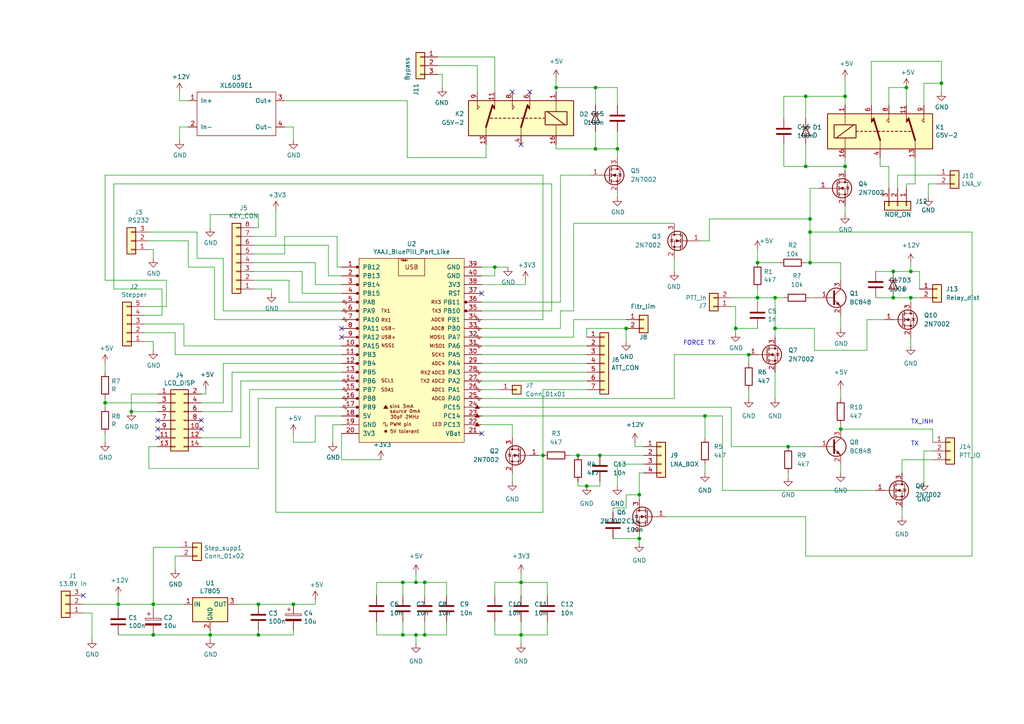
<source format=kicad_sch>
(kicad_sch (version 20211123) (generator eeschema)
  (paper "A4")
  (lib_symbols
    (symbol "Connector_Generic:Conn_01x01" (pin_names (offset 1.016) hide)
      (property "Reference" "J" (at 0 2.54 0))
      (property "Value" "Conn_01x01" (at 0 -2.54 0))
      (symbol "Conn_01x01_1_1"
        (pin passive line (at -5.08 0 0) (length 3.81) (name "Pin_1") (number "1"))
      )
    )
    (symbol "Connector_Generic:Conn_01x02" (pin_names (offset 1.016) hide)
      (property "Reference" "J" (at 0 2.54 0))
      (property "Value" "Conn_01x02" (at 0 -5.08 0))
      (symbol "Conn_01x02_1_1"
        (pin passive line (at -5.08 0 0) (length 3.81) (name "Pin_1") (number "1"))
        (pin passive line (at -5.08 -2.54 0) (length 3.81) (name "Pin_2") (number "2"))
      )
    )
    (symbol "Connector_Generic:Conn_01x03" (pin_names (offset 1.016) hide)
      (property "Reference" "J" (at 0 5.08 0))
      (property "Value" "Conn_01x03" (at 0 -5.08 0))
      (symbol "Conn_01x03_1_1"
        (pin passive line (at -5.08 2.54 0) (length 3.81) (name "Pin_1") (number "1"))
        (pin passive line (at -5.08 0 0) (length 3.81) (name "Pin_2") (number "2"))
        (pin passive line (at -5.08 -2.54 0) (length 3.81) (name "Pin_3") (number "3"))
      )
    )
    (symbol "Connector_Generic:Conn_01x04" (pin_names (offset 1.016) hide)
      (property "Reference" "J" (at 0 5.08 0))
      (property "Value" "Conn_01x04" (at 0 -7.62 0))
      (symbol "Conn_01x04_1_1"
        (pin passive line (at -5.08 2.54 0) (length 3.81) (name "Pin_1") (number "1"))
        (pin passive line (at -5.08 0 0) (length 3.81) (name "Pin_2") (number "2"))
        (pin passive line (at -5.08 -2.54 0) (length 3.81) (name "Pin_3") (number "3"))
        (pin passive line (at -5.08 -5.08 0) (length 3.81) (name "Pin_4") (number "4"))
      )
    )
    (symbol "Connector_Generic:Conn_01x05" (pin_names (offset 1.016) hide)
      (property "Reference" "J" (at 0 7.62 0))
      (property "Value" "Conn_01x05" (at 0 -7.62 0))
      (symbol "Conn_01x05_1_1"
        (pin passive line (at -5.08 5.08 0) (length 3.81) (name "Pin_1") (number "1"))
        (pin passive line (at -5.08 2.54 0) (length 3.81) (name "Pin_2") (number "2"))
        (pin passive line (at -5.08 0 0) (length 3.81) (name "Pin_3") (number "3"))
        (pin passive line (at -5.08 -2.54 0) (length 3.81) (name "Pin_4") (number "4"))
        (pin passive line (at -5.08 -5.08 0) (length 3.81) (name "Pin_5") (number "5"))
      )
    )
    (symbol "Connector_Generic:Conn_01x07" (pin_names (offset 1.016) hide)
      (property "Reference" "J" (at 0 10.16 0))
      (property "Value" "Conn_01x07" (at 0 -10.16 0))
      (symbol "Conn_01x07_1_1"
        (pin passive line (at -5.08 7.62 0) (length 3.81) (name "Pin_1") (number "1"))
        (pin passive line (at -5.08 5.08 0) (length 3.81) (name "Pin_2") (number "2"))
        (pin passive line (at -5.08 2.54 0) (length 3.81) (name "Pin_3") (number "3"))
        (pin passive line (at -5.08 0 0) (length 3.81) (name "Pin_4") (number "4"))
        (pin passive line (at -5.08 -2.54 0) (length 3.81) (name "Pin_5") (number "5"))
        (pin passive line (at -5.08 -5.08 0) (length 3.81) (name "Pin_6") (number "6"))
        (pin passive line (at -5.08 -7.62 0) (length 3.81) (name "Pin_7") (number "7"))
      )
    )
    (symbol "Connector_Generic:Conn_01x08" (pin_names (offset 1.016) hide)
      (property "Reference" "J" (at 0 10.16 0))
      (property "Value" "Conn_01x08" (at 0 -12.7 0))
      (symbol "Conn_01x08_1_1"
        (pin passive line (at -5.08 7.62 0) (length 3.81) (name "Pin_1") (number "1"))
        (pin passive line (at -5.08 5.08 0) (length 3.81) (name "Pin_2") (number "2"))
        (pin passive line (at -5.08 2.54 0) (length 3.81) (name "Pin_3") (number "3"))
        (pin passive line (at -5.08 0 0) (length 3.81) (name "Pin_4") (number "4"))
        (pin passive line (at -5.08 -2.54 0) (length 3.81) (name "Pin_5") (number "5"))
        (pin passive line (at -5.08 -5.08 0) (length 3.81) (name "Pin_6") (number "6"))
        (pin passive line (at -5.08 -7.62 0) (length 3.81) (name "Pin_7") (number "7"))
        (pin passive line (at -5.08 -10.16 0) (length 3.81) (name "Pin_8") (number "8"))
      )
    )
    (symbol "Connector_Generic:Conn_02x07_Odd_Even" (pin_names (offset 1.016) hide)
      (property "Reference" "J" (at 1.27 10.16 0))
      (property "Value" "Conn_02x07_Odd_Even" (at 1.27 -10.16 0))
      (symbol "Conn_02x07_Odd_Even_1_1"
        (pin passive line (at -5.08 7.62 0) (length 3.81) (name "Pin_1") (number "1"))
        (pin passive line (at 7.62 -2.54 180) (length 3.81) (name "Pin_10") (number "10"))
        (pin passive line (at -5.08 -5.08 0) (length 3.81) (name "Pin_11") (number "11"))
        (pin passive line (at 7.62 -5.08 180) (length 3.81) (name "Pin_12") (number "12"))
        (pin passive line (at -5.08 -7.62 0) (length 3.81) (name "Pin_13") (number "13"))
        (pin passive line (at 7.62 -7.62 180) (length 3.81) (name "Pin_14") (number "14"))
        (pin passive line (at 7.62 7.62 180) (length 3.81) (name "Pin_2") (number "2"))
        (pin passive line (at -5.08 5.08 0) (length 3.81) (name "Pin_3") (number "3"))
        (pin passive line (at 7.62 5.08 180) (length 3.81) (name "Pin_4") (number "4"))
        (pin passive line (at -5.08 2.54 0) (length 3.81) (name "Pin_5") (number "5"))
        (pin passive line (at 7.62 2.54 180) (length 3.81) (name "Pin_6") (number "6"))
        (pin passive line (at -5.08 0 0) (length 3.81) (name "Pin_7") (number "7"))
        (pin passive line (at 7.62 0 180) (length 3.81) (name "Pin_8") (number "8"))
        (pin passive line (at -5.08 -2.54 0) (length 3.81) (name "Pin_9") (number "9"))
      )
    )
    (symbol "Device:C" (pin_numbers hide) (pin_names (offset 0.254))
      (property "Reference" "C" (at 0.635 2.54 0))
      (property "Value" "C" (at 0.635 -2.54 0))
      (symbol "C_1_1"
        (pin passive line (at 0 3.81 270) (length 2.794) (name "~") (number "1"))
        (pin passive line (at 0 -3.81 90) (length 2.794) (name "~") (number "2"))
      )
    )
    (symbol "Device:D" (pin_numbers hide) (pin_names (offset 1.016) hide)
      (property "Reference" "D" (at 0 2.54 0))
      (property "Value" "D" (at 0 -2.54 0))
      (symbol "D_1_1"
        (pin passive line (at -3.81 0 0) (length 2.54) (name "K") (number "1"))
        (pin passive line (at 3.81 0 180) (length 2.54) (name "A") (number "2"))
      )
    )
    (symbol "Device:R" (pin_numbers hide) (pin_names (offset 0))
      (property "Reference" "R" (at 2.032 0 90))
      (property "Value" "R" (at 0 0 90))
      (symbol "R_1_1"
        (pin passive line (at 0 3.81 270) (length 1.27) (name "~") (number "1"))
        (pin passive line (at 0 -3.81 90) (length 1.27) (name "~") (number "2"))
      )
    )
    (symbol "Regulator_Linear:L7805" (pin_names (offset 0.254))
      (property "Reference" "U" (at -3.81 3.175 0))
      (property "Value" "L7805" (at 0 3.175 0))
      (symbol "L7805_1_1"
        (pin power_in line (at -7.62 0 0) (length 2.54) (name "IN") (number "1"))
        (pin power_in line (at 0 -7.62 90) (length 2.54) (name "GND") (number "2"))
        (pin power_out line (at 7.62 0 180) (length 2.54) (name "OUT") (number "3"))
      )
    )
    (symbol "Relay:G5V-2"
      (property "Reference" "K" (at 16.51 3.81 0))
      (property "Value" "G5V-2" (at 16.51 1.27 0))
      (symbol "G5V-2_1_1"
        (pin passive line (at -10.16 7.62 270) (length 2.54) (name "~") (number "1"))
        (pin passive line (at 7.62 7.62 270) (length 2.54) (name "~") (number "11"))
        (pin passive line (at 10.16 -7.62 90) (length 2.54) (name "~") (number "13"))
        (pin passive line (at -10.16 -7.62 90) (length 2.54) (name "~") (number "16"))
        (pin passive line (at 0 -7.62 90) (length 2.54) (name "~") (number "4"))
        (pin passive line (at -2.54 7.62 270) (length 2.54) (name "~") (number "6"))
        (pin passive line (at 2.54 7.62 270) (length 2.54) (name "~") (number "8"))
        (pin passive line (at 12.7 7.62 270) (length 2.54) (name "~") (number "9"))
      )
    )
    (symbol "Transistor_BJT:BC848" (pin_names (offset 0) hide)
      (property "Reference" "Q" (at 5.08 1.905 0))
      (property "Value" "BC848" (at 5.08 0 0))
      (symbol "BC848_1_1"
        (pin input line (at -5.08 0 0) (length 5.715) (name "B") (number "1"))
        (pin passive line (at 2.54 -5.08 90) (length 2.54) (name "E") (number "2"))
        (pin passive line (at 2.54 5.08 270) (length 2.54) (name "C") (number "3"))
      )
    )
    (symbol "Transistor_FET:2N7002" (pin_names hide)
      (property "Reference" "Q" (at 5.08 1.905 0))
      (property "Value" "2N7002" (at 5.08 0 0))
      (symbol "2N7002_1_1"
        (pin input line (at -5.08 0 0) (length 2.54) (name "G") (number "1"))
        (pin passive line (at 2.54 -5.08 90) (length 2.54) (name "S") (number "2"))
        (pin passive line (at 2.54 5.08 270) (length 2.54) (name "D") (number "3"))
      )
    )
    (symbol "distr_filter-rescue:+3.3V-power" (power) (pin_names (offset 0))
      (property "Value" "+3.3V-power" (at 0 3.556 0))
      (symbol "+3.3V-power_1_1"
        (pin power_in line (at 0 0 90) (length 0) hide (name "+3V3") (number "1"))
      )
    )
    (symbol "distr_filter-rescue:CP-Device" (pin_numbers hide) (pin_names (offset 0.254))
      (property "Reference" "C" (at 0.635 2.54 0))
      (property "Value" "CP-Device" (at 0.635 -2.54 0))
      (symbol "CP-Device_1_1"
        (pin passive line (at 0 3.81 270) (length 2.794) (name "~") (number "1"))
        (pin passive line (at 0 -3.81 90) (length 2.794) (name "~") (number "2"))
      )
    )
    (symbol "distr_filter-rescue:XL6009E1-SQ2DK" (pin_names (offset 1.016))
      (property "Reference" "U" (at 0 -1.27 0))
      (property "Value" "XL6009E1-SQ2DK" (at 0 1.27 0))
      (symbol "XL6009E1-SQ2DK_1_1"
        (pin input line (at -13.97 3.81 0) (length 2.54) (name "In+") (number "1"))
        (pin input line (at -13.97 -3.81 0) (length 2.54) (name "In-") (number "2"))
        (pin input line (at 13.97 3.81 180) (length 2.54) (name "Out+") (number "3"))
        (pin input line (at 13.97 -3.81 180) (length 2.54) (name "Out-") (number "4"))
      )
    )
    (symbol "distr_filter-rescue:YAAJ_BluePill_Part_Like-YAAJ_BluePill_Part_Like" (pin_names (offset 1.016))
      (property "Reference" "U" (at -12.7 25.4 0))
      (property "Value" "YAAJ_BluePill_Part_Like-YAAJ_BluePill_Part_Like" (at 0 2.54 90))
      (symbol "YAAJ_BluePill_Part_Like-YAAJ_BluePill_Part_Like_0_0"
        (text "30pF 2MHz" (at -2.032 -20.574 0) (effects (font (size 0.9906 0.9906))))
        (text "5V tolerant" (at -2.032 -24.765 0) (effects (font (size 0.9906 0.9906))))
        (text "ADC0" (at 7.747 -15.24 0) (effects (font (size 0.9906 0.9906))))
        (text "ADC1" (at 7.747 -12.7 0) (effects (font (size 0.9906 0.9906))))
        (text "ADC2" (at 7.747 -10.16 0) (effects (font (size 0.9906 0.9906))))
        (text "ADC3" (at 7.747 -7.747 0) (effects (font (size 0.9906 0.9906))))
        (text "ADC4" (at 7.747 -5.08 0) (effects (font (size 0.9906 0.9906))))
        (text "ADC8" (at 7.62 5.08 0) (effects (font (size 0.9906 0.9906))))
        (text "ADC9" (at 7.62 7.62 0) (effects (font (size 0.9906 0.9906))))
        (text "LED" (at 7.366 -22.733 0) (effects (font (size 0.9906 0.9906))))
        (text "MISO1" (at 7.493 0 0) (effects (font (size 0.9906 0.9906))))
        (text "MOSI1" (at 7.493 2.54 0) (effects (font (size 0.9906 0.9906))))
        (text "NSS1" (at -6.858 0.127 0) (effects (font (size 0.9906 0.9906))))
        (text "PWM pin" (at -3.175 -22.733 0) (effects (font (size 0.9906 0.9906))))
        (text "RX1" (at -7.366 7.493 0) (effects (font (size 0.9906 0.9906))))
        (text "RX2" (at 4.064 -7.747 0) (effects (font (size 0.9906 0.9906))))
        (text "RX3" (at 7.112 12.7 0) (effects (font (size 0.9906 0.9906))))
        (text "SCK1" (at 7.747 -2.54 0) (effects (font (size 0.9906 0.9906))))
        (text "SCL1" (at -6.985 -10.033 0) (effects (font (size 0.9906 0.9906))))
        (text "SDA1" (at -6.985 -12.7 0) (effects (font (size 0.9906 0.9906))))
        (text "sink 3mA" (at -2.921 -17.526 0) (effects (font (size 0.9906 0.9906))))
        (text "source 0mA" (at -1.905 -18.923 0) (effects (font (size 0.9906 0.9906))))
        (text "TX1" (at -7.493 10.16 0) (effects (font (size 0.9906 0.9906))))
        (text "TX2" (at 3.937 -10.16 0) (effects (font (size 0.9906 0.9906))))
        (text "TX3" (at 7.239 10.16 0) (effects (font (size 0.9906 0.9906))))
        (text "USB" (at 0 22.86 0) (effects (font (size 1.27 1.27))))
        (text "USB+" (at -6.731 2.54 0) (effects (font (size 0.9906 0.9906))))
        (text "USB-" (at -6.731 5.08 0) (effects (font (size 0.9906 0.9906))))
        (text "Y@@J" (at -2.159 24.892 0) (effects (font (size 0.508 0.508))))
      )
      (symbol "YAAJ_BluePill_Part_Like-YAAJ_BluePill_Part_Like_1_1"
        (pin bidirectional line (at -20.32 22.86 0) (length 5.08) (name "PB12") (number "1"))
        (pin bidirectional line (at -20.32 0 0) (length 5.08) (name "PA15") (number "10"))
        (pin bidirectional line (at -20.32 -2.54 0) (length 5.08) (name "PB3") (number "11"))
        (pin bidirectional line (at -20.32 -5.08 0) (length 5.08) (name "PB4") (number "12"))
        (pin bidirectional line (at -20.32 -7.62 0) (length 5.08) (name "PB5") (number "13"))
        (pin bidirectional line (at -20.32 -10.16 0) (length 5.08) (name "PB6") (number "14"))
        (pin bidirectional line (at -20.32 -12.7 0) (length 5.08) (name "PB7") (number "15"))
        (pin bidirectional line (at -20.32 -15.24 0) (length 5.08) (name "PB8") (number "16"))
        (pin bidirectional line (at -20.32 -17.78 0) (length 5.08) (name "PB9") (number "17"))
        (pin power_in line (at -20.32 -20.32 0) (length 5.08) (name "5V") (number "18"))
        (pin power_in line (at -20.32 -22.86 0) (length 5.08) (name "GND") (number "19"))
        (pin bidirectional line (at -20.32 20.32 0) (length 5.08) (name "PB13") (number "2"))
        (pin power_in line (at -20.32 -25.4 0) (length 5.08) (name "3V3") (number "20"))
        (pin power_in line (at 20.32 -25.4 180) (length 5.08) (name "VBat") (number "21"))
        (pin bidirectional line (at 20.32 -22.86 180) (length 5.08) (name "PC13") (number "22"))
        (pin bidirectional line (at 20.32 -20.32 180) (length 5.08) (name "PC14") (number "23"))
        (pin bidirectional line (at 20.32 -17.78 180) (length 5.08) (name "PC15") (number "24"))
        (pin bidirectional line (at 20.32 -15.24 180) (length 5.08) (name "PA0") (number "25"))
        (pin bidirectional line (at 20.32 -12.7 180) (length 5.08) (name "PA1") (number "26"))
        (pin bidirectional line (at 20.32 -10.16 180) (length 5.08) (name "PA2") (number "27"))
        (pin bidirectional line (at 20.32 -7.62 180) (length 5.08) (name "PA3") (number "28"))
        (pin bidirectional line (at 20.32 -5.08 180) (length 5.08) (name "PA4") (number "29"))
        (pin bidirectional line (at -20.32 17.78 0) (length 5.08) (name "PB14") (number "3"))
        (pin bidirectional line (at 20.32 -2.54 180) (length 5.08) (name "PA5") (number "30"))
        (pin bidirectional line (at 20.32 0 180) (length 5.08) (name "PA6") (number "31"))
        (pin bidirectional line (at 20.32 2.54 180) (length 5.08) (name "PA7") (number "32"))
        (pin bidirectional line (at 20.32 5.08 180) (length 5.08) (name "PB0") (number "33"))
        (pin bidirectional line (at 20.32 7.62 180) (length 5.08) (name "PB1") (number "34"))
        (pin bidirectional line (at 20.32 10.16 180) (length 5.08) (name "PB10") (number "35"))
        (pin bidirectional line (at 20.32 12.7 180) (length 5.08) (name "PB11") (number "36"))
        (pin input line (at 20.32 15.24 180) (length 5.08) (name "RST") (number "37"))
        (pin power_in line (at 20.32 17.78 180) (length 5.08) (name "3V3") (number "38"))
        (pin power_in line (at 20.32 22.86 180) (length 5.08) (name "GND") (number "39"))
        (pin bidirectional line (at -20.32 15.24 0) (length 5.08) (name "PB15") (number "4"))
        (pin power_in line (at 20.32 20.32 180) (length 5.08) (name "GND") (number "40"))
        (pin bidirectional line (at -20.32 12.7 0) (length 5.08) (name "PA8") (number "5"))
        (pin bidirectional line (at -20.32 10.16 0) (length 5.08) (name "PA9") (number "6"))
        (pin bidirectional line (at -20.32 7.62 0) (length 5.08) (name "PA10") (number "7"))
        (pin bidirectional line (at -20.32 5.08 0) (length 5.08) (name "PA11") (number "8"))
        (pin bidirectional line (at -20.32 2.54 0) (length 5.08) (name "PA12") (number "9"))
      )
    )
    (symbol "power:+12V" (power) (pin_names (offset 0))
      (property "Value" "+12V" (at 0 3.556 0))
      (symbol "+12V_1_1"
        (pin power_in line (at 0 0 90) (length 0) hide (name "+12V") (number "1"))
      )
    )
    (symbol "power:+3V3" (power) (pin_names (offset 0))
      (property "Value" "+3V3" (at 0 3.556 0))
      (symbol "+3V3_1_1"
        (pin power_in line (at 0 0 90) (length 0) hide (name "+3V3") (number "1"))
      )
    )
    (symbol "power:+5V" (power) (pin_names (offset 0))
      (property "Value" "+5V" (at 0 3.556 0))
      (symbol "+5V_1_1"
        (pin power_in line (at 0 0 90) (length 0) hide (name "+5V") (number "1"))
      )
    )
    (symbol "power:GND" (power) (pin_names (offset 0))
      (property "Value" "GND" (at 0 -3.81 0))
      (symbol "GND_1_1"
        (pin power_in line (at 0 0 270) (length 0) hide (name "GND") (number "1"))
      )
    )
  )
  (junction (at 213.36 95.25))
  (junction (at 120.65 184.15))
  (junction (at 44.45 184.15))
  (junction (at 123.19 168.91))
  (junction (at 234.95 63.5))
  (junction (at 228.6 129.54))
  (junction (at 151.13 184.15))
  (junction (at 116.84 184.15))
  (junction (at 264.16 78.74))
  (junction (at 234.95 76.2))
  (junction (at 123.19 184.15))
  (junction (at 116.84 168.91))
  (junction (at 185.42 156.21))
  (junction (at 224.79 95.25))
  (junction (at 151.13 168.91))
  (junction (at 243.84 124.46))
  (junction (at 234.95 67.31))
  (junction (at 245.11 48.26))
  (junction (at 38.1 119.38))
  (junction (at 259.08 78.74))
  (junction (at 170.18 140.97))
  (junction (at 217.17 102.87))
  (junction (at 161.29 25.4))
  (junction (at 172.72 25.4))
  (junction (at 85.09 175.26))
  (junction (at 60.96 184.15))
  (junction (at 172.72 43.18))
  (junction (at 273.05 24.13))
  (junction (at 185.42 143.51))
  (junction (at 245.11 27.94))
  (junction (at 204.47 120.65))
  (junction (at 143.51 77.47))
  (junction (at 181.61 95.25))
  (junction (at 74.93 175.26))
  (junction (at 173.99 132.08))
  (junction (at 219.71 76.2))
  (junction (at 264.16 86.36))
  (junction (at 262.89 25.4))
  (junction (at 44.45 175.26))
  (junction (at 34.29 175.26))
  (junction (at 219.71 86.36))
  (junction (at 167.64 132.08))
  (junction (at 233.68 27.94))
  (junction (at 259.08 86.36))
  (junction (at 224.79 86.36))
  (junction (at 30.48 116.84))
  (junction (at 233.68 48.26))
  (junction (at 179.07 43.18))
  (junction (at 74.93 184.15))
  (junction (at 157.48 132.08))
  (junction (at 120.65 168.91))
  (no_connect (at 139.7 85.09))
  (no_connect (at 45.72 127))
  (no_connect (at 151.13 41.91))
  (no_connect (at 148.59 26.67))
  (no_connect (at 153.67 26.67))
  (no_connect (at 139.7 125.73))
  (no_connect (at 99.06 95.25))
  (no_connect (at 99.06 97.79))
  (no_connect (at 45.72 124.46))
  (no_connect (at 58.42 124.46))
  (no_connect (at 45.72 121.92))
  (no_connect (at 24.13 172.72))
  (no_connect (at 58.42 121.92))
  (wire (pts (xy 205.74 63.5) (xy 234.95 63.5)))
  (wire (pts (xy 177.8 156.21) (xy 185.42 156.21)))
  (wire (pts (xy 73.66 81.28) (xy 83.82 81.28)))
  (wire (pts (xy 219.71 83.82) (xy 219.71 86.36)))
  (wire (pts (xy 195.58 74.93) (xy 195.58 78.74)))
  (wire (pts (xy 281.94 67.31) (xy 281.94 161.29)))
  (wire (pts (xy 224.79 95.25) (xy 236.22 95.25)))
  (wire (pts (xy 143.51 16.51) (xy 143.51 26.67)))
  (wire (pts (xy 80.01 118.11) (xy 99.06 118.11)))
  (wire (pts (xy 245.11 27.94) (xy 245.11 30.48)))
  (wire (pts (xy 74.93 62.23) (xy 74.93 66.04)))
  (wire (pts (xy 273.05 17.78) (xy 273.05 24.13)))
  (wire (pts (xy 151.13 184.15) (xy 158.75 184.15)))
  (wire (pts (xy 251.46 101.6) (xy 236.22 101.6)))
  (wire (pts (xy 116.84 184.15) (xy 120.65 184.15)))
  (wire (pts (xy 62.23 77.47) (xy 54.61 77.47)))
  (wire (pts (xy 41.91 99.06) (xy 44.45 99.06)))
  (wire (pts (xy 74.93 115.57) (xy 99.06 115.57)))
  (wire (pts (xy 82.55 29.21) (xy 118.11 29.21)))
  (wire (pts (xy 243.84 113.03) (xy 243.84 115.57)))
  (wire (pts (xy 44.45 158.75) (xy 44.45 175.26)))
  (wire (pts (xy 140.97 45.72) (xy 140.97 41.91)))
  (wire (pts (xy 179.07 55.88) (xy 179.07 57.15)))
  (wire (pts (xy 53.34 100.33) (xy 99.06 100.33)))
  (wire (pts (xy 91.44 128.27) (xy 85.09 128.27)))
  (wire (pts (xy 257.81 25.4) (xy 262.89 25.4)))
  (wire (pts (xy 186.69 134.62) (xy 179.07 134.62)))
  (wire (pts (xy 127 16.51) (xy 143.51 16.51)))
  (wire (pts (xy 41.91 93.98) (xy 53.34 93.98)))
  (wire (pts (xy 257.81 54.61) (xy 257.81 48.26)))
  (wire (pts (xy 30.48 81.28) (xy 48.26 81.28)))
  (wire (pts (xy 236.22 101.6) (xy 236.22 95.25)))
  (wire (pts (xy 82.55 68.58) (xy 82.55 73.66)))
  (wire (pts (xy 209.55 142.24) (xy 254 142.24)))
  (wire (pts (xy 267.97 24.13) (xy 267.97 30.48)))
  (wire (pts (xy 38.1 114.3) (xy 38.1 119.38)))
  (wire (pts (xy 85.09 175.26) (xy 74.93 175.26)))
  (wire (pts (xy 60.96 184.15) (xy 60.96 185.42)))
  (wire (pts (xy 181.61 147.32) (xy 177.8 147.32)))
  (wire (pts (xy 52.07 26.67) (xy 52.07 29.21)))
  (wire (pts (xy 179.07 38.1) (xy 179.07 43.18)))
  (wire (pts (xy 139.7 100.33) (xy 170.18 100.33)))
  (wire (pts (xy 128.27 21.59) (xy 128.27 25.4)))
  (wire (pts (xy 123.19 184.15) (xy 129.54 184.15)))
  (wire (pts (xy 80.01 68.58) (xy 73.66 68.58)))
  (wire (pts (xy 269.24 53.34) (xy 269.24 57.15)))
  (wire (pts (xy 224.79 95.25) (xy 224.79 97.79)))
  (wire (pts (xy 243.84 123.19) (xy 243.84 124.46)))
  (wire (pts (xy 54.61 69.85) (xy 43.18 69.85)))
  (wire (pts (xy 212.09 86.36) (xy 219.71 86.36)))
  (wire (pts (xy 139.7 105.41) (xy 170.18 105.41)))
  (wire (pts (xy 50.8 161.29) (xy 50.8 165.1)))
  (wire (pts (xy 251.46 92.71) (xy 256.54 92.71)))
  (wire (pts (xy 170.18 95.25) (xy 170.18 97.79)))
  (wire (pts (xy 252.73 17.78) (xy 273.05 17.78)))
  (wire (pts (xy 99.06 125.73) (xy 99.06 133.35)))
  (wire (pts (xy 228.6 129.54) (xy 236.22 129.54)))
  (wire (pts (xy 267.97 130.81) (xy 270.51 130.81)))
  (wire (pts (xy 217.17 113.03) (xy 217.17 115.57)))
  (wire (pts (xy 219.71 76.2) (xy 226.06 76.2)))
  (wire (pts (xy 83.82 81.28) (xy 83.82 87.63)))
  (wire (pts (xy 227.33 48.26) (xy 233.68 48.26)))
  (wire (pts (xy 243.84 134.62) (xy 243.84 137.16)))
  (wire (pts (xy 143.51 77.47) (xy 147.32 77.47)))
  (wire (pts (xy 264.16 86.36) (xy 264.16 87.63)))
  (wire (pts (xy 162.56 50.8) (xy 162.56 87.63)))
  (wire (pts (xy 74.93 184.15) (xy 74.93 182.88)))
  (wire (pts (xy 158.75 184.15) (xy 158.75 180.34)))
  (wire (pts (xy 217.17 102.87) (xy 217.17 105.41)))
  (wire (pts (xy 116.84 168.91) (xy 120.65 168.91)))
  (wire (pts (xy 118.11 45.72) (xy 140.97 45.72)))
  (wire (pts (xy 172.72 25.4) (xy 179.07 25.4)))
  (wire (pts (xy 87.63 78.74) (xy 73.66 78.74)))
  (wire (pts (xy 162.56 95.25) (xy 162.56 90.17)))
  (wire (pts (xy 162.56 95.25) (xy 139.7 95.25)))
  (wire (pts (xy 171.45 50.8) (xy 162.56 50.8)))
  (wire (pts (xy 46.99 83.82) (xy 46.99 91.44)))
  (wire (pts (xy 72.39 113.03) (xy 72.39 129.54)))
  (wire (pts (xy 264.16 97.79) (xy 264.16 100.33)))
  (wire (pts (xy 57.15 67.31) (xy 57.15 74.93)))
  (wire (pts (xy 151.13 168.91) (xy 158.75 168.91)))
  (wire (pts (xy 60.96 184.15) (xy 74.93 184.15)))
  (wire (pts (xy 212.09 129.54) (xy 228.6 129.54)))
  (wire (pts (xy 257.81 48.26) (xy 255.27 48.26)))
  (wire (pts (xy 157.48 113.03) (xy 157.48 132.08)))
  (wire (pts (xy 60.96 184.15) (xy 44.45 184.15)))
  (wire (pts (xy 91.44 82.55) (xy 99.06 82.55)))
  (wire (pts (xy 50.8 96.52) (xy 41.91 96.52)))
  (wire (pts (xy 96.52 123.19) (xy 96.52 128.27)))
  (wire (pts (xy 60.96 62.23) (xy 74.93 62.23)))
  (wire (pts (xy 224.79 107.95) (xy 224.79 115.57)))
  (wire (pts (xy 73.66 71.12) (xy 95.25 71.12)))
  (wire (pts (xy 80.01 148.59) (xy 80.01 118.11)))
  (wire (pts (xy 53.34 93.98) (xy 53.34 100.33)))
  (wire (pts (xy 99.06 92.71) (xy 62.23 92.71)))
  (wire (pts (xy 64.77 74.93) (xy 64.77 90.17)))
  (wire (pts (xy 60.96 66.04) (xy 60.96 62.23)))
  (wire (pts (xy 213.36 88.9) (xy 213.36 95.25)))
  (wire (pts (xy 209.55 120.65) (xy 209.55 142.24)))
  (wire (pts (xy 219.71 72.39) (xy 219.71 76.2)))
  (wire (pts (xy 204.47 134.62) (xy 204.47 137.16)))
  (wire (pts (xy 139.7 90.17) (xy 160.02 90.17)))
  (wire (pts (xy 85.09 175.26) (xy 91.44 175.26)))
  (wire (pts (xy 233.68 48.26) (xy 245.11 48.26)))
  (wire (pts (xy 185.42 143.51) (xy 181.61 143.51)))
  (wire (pts (xy 161.29 25.4) (xy 161.29 26.67)))
  (wire (pts (xy 166.37 92.71) (xy 166.37 97.79)))
  (wire (pts (xy 139.7 92.71) (xy 157.48 92.71)))
  (wire (pts (xy 74.93 66.04) (xy 73.66 66.04)))
  (wire (pts (xy 151.13 168.91) (xy 151.13 172.72)))
  (wire (pts (xy 139.7 87.63) (xy 162.56 87.63)))
  (wire (pts (xy 213.36 95.25) (xy 213.36 96.52)))
  (wire (pts (xy 172.72 38.1) (xy 172.72 43.18)))
  (wire (pts (xy 181.61 92.71) (xy 166.37 92.71)))
  (wire (pts (xy 260.35 50.8) (xy 271.78 50.8)))
  (wire (pts (xy 50.8 102.87) (xy 50.8 96.52)))
  (wire (pts (xy 120.65 166.37) (xy 120.65 168.91)))
  (wire (pts (xy 139.7 77.47) (xy 143.51 77.47)))
  (wire (pts (xy 120.65 184.15) (xy 123.19 184.15)))
  (wire (pts (xy 45.72 129.54) (xy 43.18 129.54)))
  (wire (pts (xy 184.15 128.27) (xy 184.15 129.54)))
  (wire (pts (xy 109.22 168.91) (xy 116.84 168.91)))
  (wire (pts (xy 243.84 91.44) (xy 243.84 95.25)))
  (wire (pts (xy 116.84 180.34) (xy 116.84 184.15)))
  (wire (pts (xy 173.99 132.08) (xy 186.69 132.08)))
  (wire (pts (xy 257.81 25.4) (xy 257.81 30.48)))
  (wire (pts (xy 30.48 115.57) (xy 30.48 116.84)))
  (wire (pts (xy 158.75 168.91) (xy 158.75 172.72)))
  (wire (pts (xy 60.96 182.88) (xy 60.96 184.15)))
  (wire (pts (xy 87.63 85.09) (xy 87.63 78.74)))
  (wire (pts (xy 99.06 113.03) (xy 72.39 113.03)))
  (wire (pts (xy 203.2 69.85) (xy 205.74 69.85)))
  (wire (pts (xy 91.44 175.26) (xy 91.44 173.99)))
  (wire (pts (xy 33.02 83.82) (xy 46.99 83.82)))
  (wire (pts (xy 30.48 116.84) (xy 45.72 116.84)))
  (wire (pts (xy 80.01 60.96) (xy 80.01 68.58)))
  (wire (pts (xy 67.31 107.95) (xy 67.31 119.38)))
  (wire (pts (xy 251.46 101.6) (xy 251.46 92.71)))
  (wire (pts (xy 59.69 114.3) (xy 58.42 114.3)))
  (wire (pts (xy 245.11 22.86) (xy 245.11 27.94)))
  (wire (pts (xy 254 78.74) (xy 259.08 78.74)))
  (wire (pts (xy 148.59 123.19) (xy 148.59 127)))
  (wire (pts (xy 255.27 48.26) (xy 255.27 45.72)))
  (wire (pts (xy 262.89 53.34) (xy 262.89 54.61)))
  (wire (pts (xy 234.95 54.61) (xy 234.95 63.5)))
  (wire (pts (xy 195.58 102.87) (xy 217.17 102.87)))
  (wire (pts (xy 129.54 184.15) (xy 129.54 180.34)))
  (wire (pts (xy 33.02 53.34) (xy 33.02 83.82)))
  (wire (pts (xy 91.44 76.2) (xy 91.44 82.55)))
  (wire (pts (xy 26.67 177.8) (xy 26.67 185.42)))
  (wire (pts (xy 184.15 129.54) (xy 186.69 129.54)))
  (wire (pts (xy 143.51 184.15) (xy 151.13 184.15)))
  (wire (pts (xy 109.22 180.34) (xy 109.22 184.15)))
  (wire (pts (xy 152.4 81.28) (xy 152.4 82.55)))
  (wire (pts (xy 179.07 43.18) (xy 172.72 43.18)))
  (wire (pts (xy 139.7 115.57) (xy 195.58 115.57)))
  (wire (pts (xy 99.06 107.95) (xy 67.31 107.95)))
  (wire (pts (xy 181.61 99.06) (xy 181.61 95.25)))
  (wire (pts (xy 234.95 67.31) (xy 281.94 67.31)))
  (wire (pts (xy 151.13 184.15) (xy 151.13 186.69)))
  (wire (pts (xy 54.61 77.47) (xy 54.61 69.85)))
  (wire (pts (xy 234.95 63.5) (xy 234.95 67.31)))
  (wire (pts (xy 172.72 25.4) (xy 172.72 30.48)))
  (wire (pts (xy 85.09 184.15) (xy 85.09 182.88)))
  (wire (pts (xy 127 21.59) (xy 128.27 21.59)))
  (wire (pts (xy 157.48 50.8) (xy 30.48 50.8)))
  (wire (pts (xy 43.18 135.89) (xy 74.93 135.89)))
  (wire (pts (xy 30.48 105.41) (xy 30.48 107.95)))
  (wire (pts (xy 265.43 53.34) (xy 262.89 53.34)))
  (wire (pts (xy 99.06 123.19) (xy 96.52 123.19)))
  (wire (pts (xy 252.73 30.48) (xy 252.73 17.78)))
  (wire (pts (xy 172.72 43.18) (xy 161.29 43.18)))
  (wire (pts (xy 152.4 82.55) (xy 139.7 82.55)))
  (wire (pts (xy 267.97 139.7) (xy 267.97 130.81)))
  (wire (pts (xy 143.51 172.72) (xy 143.51 168.91)))
  (wire (pts (xy 165.1 132.08) (xy 167.64 132.08)))
  (wire (pts (xy 224.79 86.36) (xy 227.33 86.36)))
  (wire (pts (xy 78.74 83.82) (xy 78.74 85.09)))
  (wire (pts (xy 273.05 24.13) (xy 267.97 24.13)))
  (wire (pts (xy 227.33 41.91) (xy 227.33 48.26)))
  (wire (pts (xy 161.29 41.91) (xy 161.29 43.18)))
  (wire (pts (xy 170.18 113.03) (xy 157.48 113.03)))
  (wire (pts (xy 123.19 168.91) (xy 129.54 168.91)))
  (wire (pts (xy 161.29 25.4) (xy 172.72 25.4)))
  (wire (pts (xy 261.62 137.16) (xy 261.62 133.35)))
  (wire (pts (xy 139.7 80.01) (xy 143.51 80.01)))
  (wire (pts (xy 67.31 119.38) (xy 58.42 119.38)))
  (wire (pts (xy 99.06 102.87) (xy 50.8 102.87)))
  (wire (pts (xy 254 86.36) (xy 259.08 86.36)))
  (wire (pts (xy 227.33 34.29) (xy 227.33 27.94)))
  (wire (pts (xy 54.61 36.83) (xy 52.07 36.83)))
  (wire (pts (xy 34.29 175.26) (xy 44.45 175.26)))
  (wire (pts (xy 160.02 53.34) (xy 33.02 53.34)))
  (wire (pts (xy 179.07 25.4) (xy 179.07 30.48)))
  (wire (pts (xy 69.85 127) (xy 69.85 110.49)))
  (wire (pts (xy 271.78 53.34) (xy 269.24 53.34)))
  (wire (pts (xy 24.13 177.8) (xy 26.67 177.8)))
  (wire (pts (xy 52.07 29.21) (xy 54.61 29.21)))
  (wire (pts (xy 45.72 119.38) (xy 38.1 119.38)))
  (wire (pts (xy 219.71 86.36) (xy 219.71 87.63)))
  (wire (pts (xy 170.18 140.97) (xy 173.99 140.97)))
  (wire (pts (xy 245.11 27.94) (xy 233.68 27.94)))
  (wire (pts (xy 123.19 180.34) (xy 123.19 184.15)))
  (wire (pts (xy 243.84 81.28) (xy 243.84 76.2)))
  (wire (pts (xy 83.82 87.63) (xy 99.06 87.63)))
  (wire (pts (xy 24.13 175.26) (xy 34.29 175.26)))
  (wire (pts (xy 58.42 116.84) (xy 64.77 116.84)))
  (wire (pts (xy 259.08 86.36) (xy 264.16 86.36)))
  (wire (pts (xy 139.7 123.19) (xy 148.59 123.19)))
  (wire (pts (xy 34.29 175.26) (xy 34.29 176.53)))
  (wire (pts (xy 186.69 137.16) (xy 185.42 137.16)))
  (wire (pts (xy 195.58 115.57) (xy 195.58 102.87)))
  (wire (pts (xy 156.21 132.08) (xy 157.48 132.08)))
  (wire (pts (xy 74.93 175.26) (xy 68.58 175.26)))
  (wire (pts (xy 123.19 168.91) (xy 123.19 172.72)))
  (wire (pts (xy 234.95 67.31) (xy 234.95 76.2)))
  (wire (pts (xy 233.68 27.94) (xy 233.68 34.29)))
  (wire (pts (xy 162.56 90.17) (xy 166.37 90.17)))
  (wire (pts (xy 139.7 113.03) (xy 144.78 113.03)))
  (wire (pts (xy 151.13 166.37) (xy 151.13 168.91)))
  (wire (pts (xy 143.51 80.01) (xy 143.51 77.47)))
  (wire (pts (xy 166.37 64.77) (xy 166.37 90.17)))
  (wire (pts (xy 273.05 26.67) (xy 273.05 24.13)))
  (wire (pts (xy 139.7 110.49) (xy 170.18 110.49)))
  (wire (pts (xy 97.79 77.47) (xy 99.06 77.47)))
  (wire (pts (xy 48.26 81.28) (xy 48.26 88.9)))
  (wire (pts (xy 181.61 95.25) (xy 170.18 95.25)))
  (wire (pts (xy 143.51 168.91) (xy 151.13 168.91)))
  (wire (pts (xy 109.22 184.15) (xy 116.84 184.15)))
  (wire (pts (xy 43.18 67.31) (xy 57.15 67.31)))
  (wire (pts (xy 181.61 143.51) (xy 181.61 147.32)))
  (wire (pts (xy 73.66 83.82) (xy 78.74 83.82)))
  (wire (pts (xy 69.85 110.49) (xy 99.06 110.49)))
  (wire (pts (xy 34.29 172.72) (xy 34.29 175.26)))
  (wire (pts (xy 99.06 133.35) (xy 110.49 133.35)))
  (wire (pts (xy 73.66 76.2) (xy 91.44 76.2)))
  (wire (pts (xy 57.15 74.93) (xy 64.77 74.93)))
  (wire (pts (xy 234.95 86.36) (xy 236.22 86.36)))
  (wire (pts (xy 227.33 27.94) (xy 233.68 27.94)))
  (wire (pts (xy 219.71 86.36) (xy 224.79 86.36)))
  (wire (pts (xy 120.65 184.15) (xy 120.65 186.69)))
  (wire (pts (xy 143.51 180.34) (xy 143.51 184.15)))
  (wire (pts (xy 74.93 135.89) (xy 74.93 115.57)))
  (wire (pts (xy 224.79 86.36) (xy 224.79 95.25)))
  (wire (pts (xy 120.65 168.91) (xy 123.19 168.91)))
  (wire (pts (xy 234.95 76.2) (xy 243.84 76.2)))
  (wire (pts (xy 118.11 29.21) (xy 118.11 45.72)))
  (wire (pts (xy 43.18 72.39) (xy 44.45 72.39)))
  (wire (pts (xy 264.16 78.74) (xy 264.16 76.2)))
  (wire (pts (xy 185.42 143.51) (xy 185.42 144.78)))
  (wire (pts (xy 97.79 68.58) (xy 97.79 77.47)))
  (wire (pts (xy 30.48 116.84) (xy 30.48 118.11)))
  (wire (pts (xy 213.36 95.25) (xy 219.71 95.25)))
  (wire (pts (xy 44.45 175.26) (xy 44.45 176.53)))
  (wire (pts (xy 139.7 118.11) (xy 212.09 118.11)))
  (wire (pts (xy 99.06 80.01) (xy 95.25 80.01)))
  (wire (pts (xy 139.7 107.95) (xy 170.18 107.95)))
  (wire (pts (xy 62.23 92.71) (xy 62.23 77.47)))
  (wire (pts (xy 260.35 50.8) (xy 260.35 54.61)))
  (wire (pts (xy 139.7 97.79) (xy 166.37 97.79)))
  (wire (pts (xy 233.68 41.91) (xy 233.68 48.26)))
  (wire (pts (xy 259.08 78.74) (xy 264.16 78.74)))
  (wire (pts (xy 228.6 137.16) (xy 228.6 138.43)))
  (wire (pts (xy 204.47 120.65) (xy 204.47 127)))
  (wire (pts (xy 234.95 54.61) (xy 237.49 54.61)))
  (wire (pts (xy 74.93 184.15) (xy 85.09 184.15)))
  (wire (pts (xy 64.77 116.84) (xy 64.77 105.41)))
  (wire (pts (xy 52.07 36.83) (xy 52.07 40.64)))
  (wire (pts (xy 245.11 59.69) (xy 245.11 62.23)))
  (wire (pts (xy 139.7 120.65) (xy 204.47 120.65)))
  (wire (pts (xy 30.48 125.73) (xy 30.48 128.27)))
  (wire (pts (xy 91.44 120.65) (xy 91.44 128.27)))
  (wire (pts (xy 157.48 148.59) (xy 80.01 148.59)))
  (wire (pts (xy 95.25 71.12) (xy 95.25 80.01)))
  (wire (pts (xy 177.8 147.32) (xy 177.8 148.59)))
  (wire (pts (xy 34.29 184.15) (xy 44.45 184.15)))
  (wire (pts (xy 44.45 175.26) (xy 53.34 175.26)))
  (wire (pts (xy 46.99 91.44) (xy 41.91 91.44)))
  (wire (pts (xy 167.64 139.7) (xy 167.64 140.97)))
  (wire (pts (xy 264.16 78.74) (xy 266.7 78.74)))
  (wire (pts (xy 82.55 73.66) (xy 73.66 73.66)))
  (wire (pts (xy 173.99 140.97) (xy 173.99 139.7)))
  (wire (pts (xy 266.7 86.36) (xy 264.16 86.36)))
  (wire (pts (xy 58.42 127) (xy 69.85 127)))
  (wire (pts (xy 185.42 156.21) (xy 185.42 157.48)))
  (wire (pts (xy 179.07 134.62) (xy 179.07 140.97)))
  (wire (pts (xy 44.45 72.39) (xy 44.45 74.93)))
  (wire (pts (xy 261.62 147.32) (xy 261.62 149.86)))
  (wire (pts (xy 64.77 90.17) (xy 99.06 90.17)))
  (wire (pts (xy 99.06 120.65) (xy 91.44 120.65)))
  (wire (pts (xy 85.09 128.27) (xy 85.09 125.73)))
  (wire (pts (xy 97.79 68.58) (xy 82.55 68.58)))
  (wire (pts (xy 167.64 140.97) (xy 170.18 140.97)))
  (wire (pts (xy 148.59 137.16) (xy 148.59 139.7)))
  (wire (pts (xy 52.07 161.29) (xy 50.8 161.29)))
  (wire (pts (xy 265.43 45.72) (xy 265.43 53.34)))
  (wire (pts (xy 270.51 124.46) (xy 270.51 128.27)))
  (wire (pts (xy 99.06 85.09) (xy 87.63 85.09)))
  (wire (pts (xy 233.68 161.29) (xy 233.68 149.86)))
  (wire (pts (xy 109.22 172.72) (xy 109.22 168.91)))
  (wire (pts (xy 205.74 69.85) (xy 205.74 63.5)))
  (wire (pts (xy 193.04 149.86) (xy 233.68 149.86)))
  (wire (pts (xy 129.54 168.91) (xy 129.54 172.72)))
  (wire (pts (xy 85.09 36.83) (xy 85.09 40.64)))
  (wire (pts (xy 212.09 118.11) (xy 212.09 129.54)))
  (wire (pts (xy 116.84 168.91) (xy 116.84 172.72)))
  (wire (pts (xy 262.89 30.48) (xy 262.89 25.4)))
  (wire (pts (xy 72.39 129.54) (xy 58.42 129.54)))
  (wire (pts (xy 204.47 120.65) (xy 209.55 120.65)))
  (wire (pts (xy 243.84 124.46) (xy 270.51 124.46)))
  (wire (pts (xy 157.48 132.08) (xy 157.48 148.59)))
  (wire (pts (xy 52.07 158.75) (xy 44.45 158.75)))
  (wire (pts (xy 44.45 99.06) (xy 44.45 101.6)))
  (wire (pts (xy 212.09 88.9) (xy 213.36 88.9)))
  (wire (pts (xy 185.42 154.94) (xy 185.42 156.21)))
  (wire (pts (xy 160.02 90.17) (xy 160.02 53.34)))
  (wire (pts (xy 41.91 88.9) (xy 48.26 88.9)))
  (wire (pts (xy 64.77 105.41) (xy 99.06 105.41)))
  (wire (pts (xy 233.68 76.2) (xy 234.95 76.2)))
  (wire (pts (xy 245.11 48.26) (xy 245.11 49.53)))
  (wire (pts (xy 127 19.05) (xy 138.43 19.05)))
  (wire (pts (xy 30.48 50.8) (xy 30.48 81.28)))
  (wire (pts (xy 179.07 43.18) (xy 179.07 45.72)))
  (wire (pts (xy 38.1 114.3) (xy 45.72 114.3)))
  (wire (pts (xy 59.69 113.03) (xy 59.69 114.3)))
  (wire (pts (xy 82.55 36.83) (xy 85.09 36.83)))
  (wire (pts (xy 157.48 92.71) (xy 157.48 50.8)))
  (wire (pts (xy 166.37 64.77) (xy 195.58 64.77)))
  (wire (pts (xy 266.7 78.74) (xy 266.7 83.82)))
  (wire (pts (xy 138.43 19.05) (xy 138.43 26.67)))
  (wire (pts (xy 261.62 133.35) (xy 270.51 133.35)))
  (wire (pts (xy 161.29 22.86) (xy 161.29 25.4)))
  (wire (pts (xy 151.13 184.15) (xy 151.13 180.34)))
  (wire (pts (xy 167.64 132.08) (xy 173.99 132.08)))
  (wire (pts (xy 139.7 102.87) (xy 170.18 102.87)))
  (wire (pts (xy 281.94 161.29) (xy 233.68 161.29)))
  (wire (pts (xy 245.11 45.72) (xy 245.11 48.26)))
  (wire (pts (xy 43.18 129.54) (xy 43.18 135.89)))
  (wire (pts (xy 185.42 137.16) (xy 185.42 143.51)))
  (text "FORCE TX" (at 198.12 100.33 0) (effects (font (size 1.27 1.27)) (justify left bottom)))
  (text "TX_INH" (at 264.16 123.19 0) (effects (font (size 1.27 1.27)) (justify left bottom)))
  (text "TX" (at 264.16 129.54 0) (effects (font (size 1.27 1.27)) (justify left bottom)))
  (symbol (lib_id "distr_filter-rescue:YAAJ_BluePill_Part_Like-YAAJ_BluePill_Part_Like") (at 119.38 100.33 0) (unit 1)
    (property "Reference" "U2" (at 119.38 70.739 0))
    (property "Value" "YAAJ_BluePill_Part_Like" (at 119.38 73.0504 0))
    (property "Footprint" "Module:YAAJ_BluePill_1" (effects hide))
  )
  (symbol (lib_id "Connector_Generic:Conn_01x03") (at 38.1 69.85 180) (unit 1)
    (property "Reference" "J3" (at 40.1828 61.595 0))
    (property "Value" "RS232" (at 40.1828 63.9064 0))
    (property "Footprint" "Connector_PinHeader_2.54mm:PinHeader_1x03_P2.54mm_Vertical" (effects hide))
  )
  (symbol (lib_id "power:GND") (at 44.45 74.93 0) (unit 1)
    (property "Reference" "#PWR06" (effects hide))
    (property "Value" "GND" (at 44.577 79.3242 0))
  )
  (symbol (lib_id "Connector_Generic:Conn_02x07_Odd_Even") (at 50.8 121.92 0) (unit 1)
    (property "Reference" "J4" (at 52.07 108.7882 0))
    (property "Value" "LCD_DISP" (at 52.07 111.0996 0))
    (property "Footprint" "Connector_PinHeader_2.54mm:PinHeader_2x07_P2.54mm_Vertical" (effects hide))
  )
  (symbol (lib_id "power:GND") (at 38.1 119.38 0) (unit 1)
    (property "Reference" "#PWR05" (effects hide))
    (property "Value" "GND" (at 38.227 123.7742 0))
  )
  (symbol (lib_id "power:+5V") (at 30.48 105.41 0) (unit 1)
    (property "Reference" "#PWR02" (effects hide))
    (property "Value" "+5V" (at 30.861 101.0158 0))
  )
  (symbol (lib_id "power:+5V") (at 59.69 113.03 0) (unit 1)
    (property "Reference" "#PWR08" (effects hide))
    (property "Value" "+5V" (at 60.071 108.6358 0))
  )
  (symbol (lib_id "power:+5V") (at 85.09 125.73 0) (unit 1)
    (property "Reference" "#PWR013" (effects hide))
    (property "Value" "+5V" (at 85.471 121.3358 0))
  )
  (symbol (lib_id "power:GND") (at 96.52 128.27 0) (unit 1)
    (property "Reference" "#PWR015" (effects hide))
    (property "Value" "GND" (at 96.647 132.6642 0))
  )
  (symbol (lib_id "distr_filter-rescue:XL6009E1-SQ2DK") (at 68.58 33.02 0) (unit 1)
    (property "Reference" "U3" (at 68.58 22.479 0))
    (property "Value" "XL6009E1" (at 68.58 24.7904 0))
    (property "Footprint" "SQ2DK:XL6009E" (effects hide))
  )
  (symbol (lib_id "Connector_Generic:Conn_01x07") (at 175.26 105.41 0) (unit 1)
    (property "Reference" "J6" (at 177.292 104.3432 0) (effects (justify left)))
    (property "Value" "ATT_CON" (at 177.292 106.6546 0) (effects (justify left)))
    (property "Footprint" "Connector_PinHeader_2.54mm:PinHeader_1x07_P2.54mm_Vertical" (effects hide))
  )
  (symbol (lib_id "power:GND") (at 85.09 40.64 0) (unit 1)
    (property "Reference" "#PWR031" (effects hide))
    (property "Value" "GND" (at 85.217 45.0342 0))
  )
  (symbol (lib_id "power:GND") (at 128.27 25.4 0) (mirror y) (unit 1)
    (property "Reference" "#PWR033" (effects hide))
    (property "Value" "GND" (at 128.143 29.7942 0))
  )
  (symbol (lib_id "power:GND") (at 181.61 99.06 0) (unit 1)
    (property "Reference" "#PWR019" (effects hide))
    (property "Value" "GND" (at 181.737 103.4542 0))
  )
  (symbol (lib_id "power:GND") (at 60.96 66.04 0) (unit 1)
    (property "Reference" "#PWR09" (effects hide))
    (property "Value" "GND" (at 61.087 70.4342 0))
  )
  (symbol (lib_id "distr_filter-rescue:+3.3V-power") (at 80.01 60.96 0) (unit 1)
    (property "Reference" "#PWR012" (effects hide))
    (property "Value" "+3.3V" (at 80.391 56.5658 0))
  )
  (symbol (lib_id "Connector_Generic:Conn_01x08") (at 68.58 76.2 180) (unit 1)
    (property "Reference" "J5" (at 70.6628 60.325 0))
    (property "Value" "KEY_CON" (at 70.6628 62.6364 0))
    (property "Footprint" "Connector_PinHeader_2.54mm:PinHeader_1x08_P2.54mm_Vertical" (effects hide))
  )
  (symbol (lib_id "power:GND") (at 52.07 40.64 0) (unit 1)
    (property "Reference" "#PWR025" (effects hide))
    (property "Value" "GND" (at 52.197 45.0342 0))
  )
  (symbol (lib_id "power:GND") (at 78.74 85.09 0) (unit 1)
    (property "Reference" "#PWR011" (effects hide))
    (property "Value" "GND" (at 78.867 89.4842 0))
  )
  (symbol (lib_id "Connector_Generic:Conn_01x02") (at 57.15 158.75 0) (unit 1)
    (property "Reference" "Step_supp1" (at 59.182 158.9532 0) (effects (justify left)))
    (property "Value" "Conn_01x02" (at 59.182 161.2646 0) (effects (justify left)))
    (property "Footprint" "Connector_PinHeader_2.54mm:PinHeader_1x02_P2.54mm_Vertical" (effects hide))
  )
  (symbol (lib_id "power:GND") (at 50.8 165.1 0) (unit 1)
    (property "Reference" "#PWR0101" (effects hide))
    (property "Value" "GND" (at 50.927 169.4942 0))
  )
  (symbol (lib_id "Device:D") (at 172.72 34.29 90) (mirror x) (unit 1)
    (property "Reference" "D2" (at 170.7134 33.1216 90) (effects (justify left)))
    (property "Value" "D" (at 170.7134 35.433 90) (effects (justify left)))
    (property "Footprint" "Diode_SMD:D_1210_3225Metric_Pad1.42x2.65mm_HandSolder" (effects hide))
  )
  (symbol (lib_id "Connector_Generic:Conn_01x03") (at 19.05 175.26 180) (unit 1)
    (property "Reference" "J1" (at 21.1328 167.005 0))
    (property "Value" "13.8V In" (at 21.1328 169.3164 0))
    (property "Footprint" "Connector_Wago:Wago_734-133_1x03_P3.50mm_Vertical" (effects hide))
  )
  (symbol (lib_id "power:GND") (at 30.48 128.27 0) (unit 1)
    (property "Reference" "#PWR03" (effects hide))
    (property "Value" "GND" (at 30.607 132.6642 0))
  )
  (symbol (lib_id "Connector_Generic:Conn_01x05") (at 36.83 93.98 180) (unit 1)
    (property "Reference" "J2" (at 38.9128 83.185 0))
    (property "Value" "Stepper" (at 38.9128 85.4964 0))
    (property "Footprint" "Connector_PinHeader_2.54mm:PinHeader_1x05_P2.54mm_Vertical" (effects hide))
  )
  (symbol (lib_id "power:GND") (at 44.45 101.6 0) (unit 1)
    (property "Reference" "#PWR07" (effects hide))
    (property "Value" "GND" (at 44.577 105.9942 0))
  )
  (symbol (lib_id "power:+12V") (at 52.07 26.67 0) (unit 1)
    (property "Reference" "#PWR024" (effects hide))
    (property "Value" "+12V" (at 52.451 22.2758 0))
  )
  (symbol (lib_id "Connector_Generic:Conn_01x02") (at 207.01 88.9 180) (unit 1)
    (property "Reference" "J7" (at 204.978 88.6968 0) (effects (justify left)))
    (property "Value" "PTT_In" (at 204.978 86.3854 0) (effects (justify left)))
    (property "Footprint" "Connector_PinHeader_2.54mm:PinHeader_1x02_P2.54mm_Vertical" (effects hide))
  )
  (symbol (lib_id "power:GND") (at 213.36 96.52 0) (unit 1)
    (property "Reference" "#PWR020" (effects hide))
    (property "Value" "GND" (at 213.487 100.9142 0))
  )
  (symbol (lib_id "Device:R") (at 229.87 76.2 270) (unit 1)
    (property "Reference" "R2" (at 229.87 71.12 90))
    (property "Value" "10k" (at 229.87 73.66 90))
    (property "Footprint" "Resistor_SMD:R_1206_3216Metric_Pad1.30x1.75mm_HandSolder" (effects hide))
  )
  (symbol (lib_id "Connector_Generic:Conn_01x02") (at 186.69 92.71 0) (unit 1)
    (property "Reference" "J8" (at 185.42 97.79 0) (effects (justify left)))
    (property "Value" "Fltr_lim" (at 182.88 88.9 0) (effects (justify left)))
    (property "Footprint" "Connector_PinHeader_2.54mm:PinHeader_1x02_P2.54mm_Vertical" (effects hide))
  )
  (symbol (lib_id "Regulator_Linear:L7805") (at 60.96 175.26 0) (unit 1)
    (property "Reference" "U1" (at 60.96 169.1132 0))
    (property "Value" "L7805" (at 60.96 171.4246 0))
    (property "Footprint" "Package_TO_SOT_SMD:TO-252-2" (effects hide))
    (property "Datasheet" "http://www.st.com/content/ccc/resource/technical/document/datasheet/41/4f/b3/b0/12/d4/47/88/CD00000444.pdf/files/CD00000444.pdf/jcr:content/translations/en.CD00000444.pdf" (effects hide))
  )
  (symbol (lib_id "power:GND") (at 60.96 185.42 0) (unit 1)
    (property "Reference" "#PWR010" (effects hide))
    (property "Value" "GND" (at 61.087 189.8142 0))
  )
  (symbol (lib_id "distr_filter-rescue:CP-Device") (at 44.45 180.34 0) (unit 1)
    (property "Reference" "C2" (at 47.4472 179.1716 0) (effects (justify left)))
    (property "Value" "10u" (at 47.4472 181.483 0) (effects (justify left)))
    (property "Footprint" "Capacitor_SMD:CP_Elec_6.3x5.7" (effects hide))
  )
  (symbol (lib_id "Device:C") (at 34.29 180.34 0) (unit 1)
    (property "Reference" "C1" (at 37.211 179.1716 0) (effects (justify left)))
    (property "Value" "100n" (at 37.211 181.483 0) (effects (justify left)))
    (property "Footprint" "Capacitor_SMD:C_1206_3216Metric_Pad1.42x1.75mm_HandSolder" (effects hide))
  )
  (symbol (lib_id "Device:C") (at 74.93 179.07 0) (unit 1)
    (property "Reference" "C3" (at 77.851 177.9016 0) (effects (justify left)))
    (property "Value" "100n" (at 77.851 180.213 0) (effects (justify left)))
    (property "Footprint" "Capacitor_SMD:C_1206_3216Metric_Pad1.42x1.75mm_HandSolder" (effects hide))
  )
  (symbol (lib_id "distr_filter-rescue:CP-Device") (at 85.09 179.07 0) (unit 1)
    (property "Reference" "C4" (at 88.0872 177.9016 0) (effects (justify left)))
    (property "Value" "10u" (at 88.0872 180.213 0) (effects (justify left)))
    (property "Footprint" "Capacitor_SMD:CP_Elec_6.3x5.7" (effects hide))
  )
  (symbol (lib_id "power:GND") (at 26.67 185.42 0) (unit 1)
    (property "Reference" "#PWR01" (effects hide))
    (property "Value" "GND" (at 26.797 189.8142 0))
  )
  (symbol (lib_id "power:+5V") (at 91.44 173.99 0) (unit 1)
    (property "Reference" "#PWR014" (effects hide))
    (property "Value" "+5V" (at 91.821 169.5958 0))
  )
  (symbol (lib_id "power:GND") (at 179.07 57.15 0) (unit 1)
    (property "Reference" "#PWR026" (effects hide))
    (property "Value" "GND" (at 179.197 61.5442 0))
  )
  (symbol (lib_id "distr_filter-rescue:+3.3V-power") (at 152.4 81.28 0) (unit 1)
    (property "Reference" "#PWR018" (effects hide))
    (property "Value" "+3.3V" (at 152.781 76.8858 0))
  )
  (symbol (lib_id "power:GND") (at 147.32 77.47 0) (unit 1)
    (property "Reference" "#PWR017" (effects hide))
    (property "Value" "GND" (at 147.447 81.8642 0))
  )
  (symbol (lib_id "power:+12V") (at 34.29 172.72 0) (unit 1)
    (property "Reference" "#PWR04" (effects hide))
    (property "Value" "+12V" (at 34.671 168.3258 0))
  )
  (symbol (lib_id "Device:R") (at 30.48 111.76 0) (unit 1)
    (property "Reference" "R7" (at 32.258 110.5916 0) (effects (justify left)))
    (property "Value" "R" (at 32.258 112.903 0) (effects (justify left)))
    (property "Footprint" "Resistor_SMD:R_1206_3216Metric_Pad1.42x1.75mm_HandSolder" (effects hide))
  )
  (symbol (lib_id "Device:R") (at 30.48 121.92 0) (unit 1)
    (property "Reference" "R8" (at 32.258 120.7516 0) (effects (justify left)))
    (property "Value" "R" (at 32.258 123.063 0) (effects (justify left)))
    (property "Footprint" "Resistor_SMD:R_1206_3216Metric_Pad1.42x1.75mm_HandSolder" (effects hide))
  )
  (symbol (lib_id "power:GND") (at 245.11 62.23 0) (unit 1)
    (property "Reference" "#PWR030" (effects hide))
    (property "Value" "GND" (at 245.237 66.6242 0))
  )
  (symbol (lib_id "Relay:G5V-2") (at 255.27 38.1 0) (unit 1)
    (property "Reference" "K1" (at 271.272 36.9316 0) (effects (justify left)))
    (property "Value" "G5V-2" (at 271.272 39.243 0) (effects (justify left)))
    (property "Footprint" "Relay_THT:Relay_DPDT_Omron_G5V-2" (effects hide))
    (property "Datasheet" "http://omronfs.omron.com/en_US/ecb/products/pdf/en-g5v_2.pdf" (effects hide))
  )
  (symbol (lib_id "power:+5V") (at 245.11 22.86 0) (unit 1)
    (property "Reference" "#PWR029" (effects hide))
    (property "Value" "+5V" (at 245.491 18.4658 0))
  )
  (symbol (lib_id "Device:D") (at 233.68 38.1 270) (unit 1)
    (property "Reference" "D1" (at 235.6866 36.9316 90) (effects (justify left)))
    (property "Value" "D" (at 235.6866 39.243 90) (effects (justify left)))
    (property "Footprint" "Diode_SMD:D_1210_3225Metric_Pad1.42x2.65mm_HandSolder" (effects hide))
  )
  (symbol (lib_id "power:+5V") (at 262.89 25.4 0) (unit 1)
    (property "Reference" "#PWR032" (effects hide))
    (property "Value" "+5V" (at 263.271 21.0058 0))
  )
  (symbol (lib_id "power:GND") (at 273.05 26.67 0) (unit 1)
    (property "Reference" "#PWR035" (effects hide))
    (property "Value" "GND" (at 273.177 31.0642 0))
  )
  (symbol (lib_id "Connector_Generic:Conn_01x02") (at 276.86 50.8 0) (unit 1)
    (property "Reference" "J10" (at 278.892 51.0032 0) (effects (justify left)))
    (property "Value" "LNA_V" (at 278.892 53.3146 0) (effects (justify left)))
    (property "Footprint" "Connector_PinHeader_2.54mm:PinHeader_1x02_P2.54mm_Vertical" (effects hide))
  )
  (symbol (lib_id "power:GND") (at 269.24 57.15 0) (unit 1)
    (property "Reference" "#PWR034" (effects hide))
    (property "Value" "GND" (at 269.24 60.96 0))
  )
  (symbol (lib_id "Device:R") (at 219.71 80.01 0) (unit 1)
    (property "Reference" "R1" (at 221.488 78.8416 0) (effects (justify left)))
    (property "Value" "4k7" (at 221.488 81.153 0) (effects (justify left)))
    (property "Footprint" "Resistor_SMD:R_1206_3216Metric_Pad1.30x1.75mm_HandSolder" (effects hide))
  )
  (symbol (lib_id "Device:C") (at 219.71 91.44 0) (unit 1)
    (property "Reference" "C5" (at 222.631 90.2716 0) (effects (justify left)))
    (property "Value" "1n" (at 222.631 92.583 0) (effects (justify left)))
    (property "Footprint" "Capacitor_SMD:C_1206_3216Metric_Pad1.33x1.80mm_HandSolder" (effects hide))
  )
  (symbol (lib_id "power:GND") (at 195.58 78.74 0) (mirror y) (unit 1)
    (property "Reference" "#PWR022" (effects hide))
    (property "Value" "GND" (at 195.453 83.1342 0))
  )
  (symbol (lib_id "power:GND") (at 243.84 95.25 0) (unit 1)
    (property "Reference" "#PWR023" (effects hide))
    (property "Value" "GND" (at 243.967 99.6442 0))
  )
  (symbol (lib_id "distr_filter-rescue:+3.3V-power") (at 110.49 133.35 0) (unit 1)
    (property "Reference" "#PWR016" (effects hide))
    (property "Value" "+3.3V" (at 110.871 128.9558 0))
  )
  (symbol (lib_id "power:+5V") (at 120.65 166.37 0) (unit 1)
    (property "Reference" "#PWR037" (effects hide))
    (property "Value" "+5V" (at 120.65 161.29 0))
  )
  (symbol (lib_id "Device:R") (at 167.64 135.89 0) (unit 1)
    (property "Reference" "R4" (at 170.18 134.6199 0) (effects (justify left)))
    (property "Value" "4k7" (at 170.18 137.1599 0) (effects (justify left)))
    (property "Footprint" "Resistor_SMD:R_1206_3216Metric_Pad1.30x1.75mm_HandSolder" (effects hide))
  )
  (symbol (lib_id "Device:R") (at 204.47 130.81 0) (unit 1)
    (property "Reference" "R5" (at 207.01 129.5399 0) (effects (justify left)))
    (property "Value" "4k7" (at 207.01 132.0799 0) (effects (justify left)))
    (property "Footprint" "Resistor_SMD:R_1206_3216Metric_Pad1.30x1.75mm_HandSolder" (effects hide))
  )
  (symbol (lib_id "power:GND") (at 217.17 115.57 0) (unit 1)
    (property "Reference" "#PWR045" (effects hide))
    (property "Value" "GND" (at 217.17 120.65 0))
  )
  (symbol (lib_id "Device:C") (at 123.19 176.53 0) (unit 1)
    (property "Reference" "C8" (at 127 175.2599 0) (effects (justify left)))
    (property "Value" "10n" (at 127 177.7999 0) (effects (justify left)))
    (property "Footprint" "Capacitor_SMD:C_1206_3216Metric_Pad1.33x1.80mm_HandSolder" (effects hide))
  )
  (symbol (lib_id "power:+5V") (at 243.84 113.03 0) (unit 1)
    (property "Reference" "#PWR048" (effects hide))
    (property "Value" "+5V" (at 243.84 107.95 0))
  )
  (symbol (lib_id "power:+12V") (at 184.15 128.27 0) (unit 1)
    (property "Reference" "#PWR042" (effects hide))
    (property "Value" "+12V" (at 184.15 123.19 0))
  )
  (symbol (lib_id "power:GND") (at 267.97 139.7 0) (unit 1)
    (property "Reference" "#PWR053" (effects hide))
    (property "Value" "GND" (at 267.97 144.78 0))
  )
  (symbol (lib_id "Device:R") (at 243.84 119.38 0) (unit 1)
    (property "Reference" "R10" (at 246.38 118.1099 0) (effects (justify left)))
    (property "Value" "4k7" (at 246.38 120.6499 0) (effects (justify left)))
    (property "Footprint" "Resistor_SMD:R_1206_3216Metric_Pad1.30x1.75mm_HandSolder" (effects hide))
  )
  (symbol (lib_id "power:GND") (at 120.65 186.69 0) (unit 1)
    (property "Reference" "#PWR038" (effects hide))
    (property "Value" "GND" (at 120.65 191.77 0))
  )
  (symbol (lib_id "Transistor_FET:2N7002") (at 176.53 50.8 0) (unit 1)
    (property "Reference" "Q5" (at 182.88 49.5299 0) (effects (justify left)))
    (property "Value" "2N7002" (at 182.88 52.0699 0) (effects (justify left)))
    (property "Footprint" "Package_TO_SOT_SMD:SOT-23" (effects hide))
    (property "Datasheet" "https://www.onsemi.com/pub/Collateral/NDS7002A-D.PDF" (effects hide))
  )
  (symbol (lib_id "power:GND") (at 151.13 186.69 0) (unit 1)
    (property "Reference" "#PWR040" (effects hide))
    (property "Value" "GND" (at 151.13 191.77 0))
  )
  (symbol (lib_id "Device:R") (at 161.29 132.08 90) (unit 1)
    (property "Reference" "R3" (at 161.29 125.73 90))
    (property "Value" "4k7" (at 161.29 128.27 90))
    (property "Footprint" "Resistor_SMD:R_1206_3216Metric_Pad1.30x1.75mm_HandSolder" (effects hide))
  )
  (symbol (lib_id "Device:R") (at 228.6 133.35 0) (unit 1)
    (property "Reference" "R9" (at 231.14 132.0799 0) (effects (justify left)))
    (property "Value" "4k7" (at 231.14 134.6199 0) (effects (justify left)))
    (property "Footprint" "Resistor_SMD:R_1206_3216Metric_Pad1.30x1.75mm_HandSolder" (effects hide))
  )
  (symbol (lib_id "Connector_Generic:Conn_01x04") (at 191.77 132.08 0) (unit 1)
    (property "Reference" "J9" (at 194.31 132.0799 0) (effects (justify left)))
    (property "Value" "LNA_BOX" (at 194.31 134.6199 0) (effects (justify left)))
    (property "Footprint" "Connector_Wago:Wago_734-134_1x04_P3.50mm_Vertical" (effects hide))
  )
  (symbol (lib_id "power:GND") (at 148.59 139.7 0) (unit 1)
    (property "Reference" "#PWR028" (effects hide))
    (property "Value" "GND" (at 148.59 144.78 0))
  )
  (symbol (lib_id "Device:C") (at 109.22 176.53 0) (unit 1)
    (property "Reference" "C6" (at 113.03 175.2599 0) (effects (justify left)))
    (property "Value" "10n" (at 113.03 177.7999 0) (effects (justify left)))
    (property "Footprint" "Capacitor_SMD:C_1206_3216Metric_Pad1.33x1.80mm_HandSolder" (effects hide))
  )
  (symbol (lib_id "Connector_Generic:Conn_01x03") (at 275.59 130.81 0) (unit 1)
    (property "Reference" "J14" (at 278.13 129.5399 0) (effects (justify left)))
    (property "Value" "PTT_IO" (at 278.13 132.0799 0) (effects (justify left)))
    (property "Footprint" "Connector_PinHeader_2.54mm:PinHeader_1x03_P2.54mm_Vertical" (effects hide))
  )
  (symbol (lib_id "Relay:G5V-2") (at 151.13 34.29 0) (mirror y) (unit 1)
    (property "Reference" "K2" (at 134.62 33.0199 0) (effects (justify left)))
    (property "Value" "G5V-2" (at 134.62 35.5599 0) (effects (justify left)))
    (property "Footprint" "Relay_THT:Relay_DPDT_Omron_G5V-2" (effects hide))
    (property "Datasheet" "http://omronfs.omron.com/en_US/ecb/products/pdf/en-g5v_2.pdf" (effects hide))
  )
  (symbol (lib_id "Transistor_FET:2N7002") (at 198.12 69.85 0) (mirror y) (unit 1)
    (property "Reference" "Q3" (at 191.77 68.5799 0) (effects (justify left)))
    (property "Value" "2N7002" (at 191.77 71.1199 0) (effects (justify left)))
    (property "Footprint" "Package_TO_SOT_SMD:SOT-23" (effects hide))
    (property "Datasheet" "https://www.onsemi.com/pub/Collateral/NDS7002A-D.PDF" (effects hide))
  )
  (symbol (lib_id "Device:C") (at 143.51 176.53 0) (unit 1)
    (property "Reference" "C10" (at 147.32 175.2599 0) (effects (justify left)))
    (property "Value" "10n" (at 147.32 177.7999 0) (effects (justify left)))
    (property "Footprint" "Capacitor_SMD:C_1206_3216Metric_Pad1.33x1.80mm_HandSolder" (effects hide))
  )
  (symbol (lib_id "Device:C") (at 227.33 38.1 0) (unit 1)
    (property "Reference" "C16" (at 231.14 36.8299 0) (effects (justify left)))
    (property "Value" "100n" (at 231.14 39.3699 0) (effects (justify left)))
    (property "Footprint" "Capacitor_SMD:C_1206_3216Metric_Pad1.33x1.80mm_HandSolder" (effects hide))
  )
  (symbol (lib_id "Transistor_FET:2N7002") (at 151.13 132.08 0) (mirror y) (unit 1)
    (property "Reference" "Q2" (at 144.78 130.8099 0) (effects (justify left)))
    (property "Value" "2N7002" (at 144.78 133.3499 0) (effects (justify left)))
    (property "Footprint" "Package_TO_SOT_SMD:SOT-23" (effects hide))
    (property "Datasheet" "https://www.onsemi.com/pub/Collateral/NDS7002A-D.PDF" (effects hide))
  )
  (symbol (lib_id "Connector_Generic:Conn_01x01") (at 149.86 113.03 0) (unit 1)
    (property "Reference" "J?" (at 152.4 111.7599 0) (effects (justify left)))
    (property "Value" "Conn_01x01" (at 152.4 114.2999 0) (effects (justify left)))
  )
  (symbol (lib_id "power:GND") (at 185.42 157.48 0) (unit 1)
    (property "Reference" "#PWR043" (effects hide))
    (property "Value" "GND" (at 185.42 162.56 0))
  )
  (symbol (lib_id "Device:C") (at 158.75 176.53 0) (unit 1)
    (property "Reference" "C12" (at 162.56 175.2599 0) (effects (justify left)))
    (property "Value" "10n" (at 162.56 177.7999 0) (effects (justify left)))
    (property "Footprint" "Capacitor_SMD:C_1206_3216Metric_Pad1.33x1.80mm_HandSolder" (effects hide))
  )
  (symbol (lib_id "Device:C") (at 254 82.55 0) (unit 1)
    (property "Reference" "C17" (at 257.81 81.2799 0) (effects (justify left)))
    (property "Value" "100n" (at 257.81 83.8199 0) (effects (justify left)))
    (property "Footprint" "Capacitor_SMD:C_1206_3216Metric_Pad1.33x1.80mm_HandSolder" (effects hide))
  )
  (symbol (lib_id "power:GND") (at 170.18 140.97 0) (unit 1)
    (property "Reference" "#PWR039" (effects hide))
    (property "Value" "GND" (at 170.18 146.05 0))
  )
  (symbol (lib_id "power:+5V") (at 161.29 22.86 0) (mirror y) (unit 1)
    (property "Reference" "#PWR027" (effects hide))
    (property "Value" "+5V" (at 161.29 17.78 0))
  )
  (symbol (lib_id "Device:R") (at 217.17 109.22 0) (unit 1)
    (property "Reference" "R6" (at 219.71 107.9499 0) (effects (justify left)))
    (property "Value" "4k7" (at 219.71 110.4899 0) (effects (justify left)))
    (property "Footprint" "Resistor_SMD:R_1206_3216Metric_Pad1.30x1.75mm_HandSolder" (effects hide))
  )
  (symbol (lib_id "Device:C") (at 129.54 176.53 0) (unit 1)
    (property "Reference" "C9" (at 133.35 175.2599 0) (effects (justify left)))
    (property "Value" "10n" (at 133.35 177.7999 0) (effects (justify left)))
    (property "Footprint" "Capacitor_SMD:C_1206_3216Metric_Pad1.33x1.80mm_HandSolder" (effects hide))
  )
  (symbol (lib_id "Transistor_BJT:BC848") (at 241.3 86.36 0) (unit 1)
    (property "Reference" "Q1" (at 246.38 85.0899 0) (effects (justify left)))
    (property "Value" "BC848" (at 246.38 87.6299 0) (effects (justify left)))
    (property "Footprint" "Package_TO_SOT_SMD:SOT-23" (effects hide))
    (property "Datasheet" "http://www.infineon.com/dgdl/Infineon-BC847SERIES_BC848SERIES_BC849SERIES_BC850SERIES-DS-v01_01-en.pdf?fileId=db3a304314dca389011541d4630a1657" (effects hide))
  )
  (symbol (lib_id "Device:C") (at 179.07 34.29 0) (mirror y) (unit 1)
    (property "Reference" "C15" (at 175.26 33.0199 0) (effects (justify left)))
    (property "Value" "100n" (at 175.26 35.5599 0) (effects (justify left)))
    (property "Footprint" "Capacitor_SMD:C_1206_3216Metric_Pad1.33x1.80mm_HandSolder" (effects hide))
  )
  (symbol (lib_id "Device:C") (at 151.13 176.53 0) (unit 1)
    (property "Reference" "C11" (at 154.94 175.2599 0) (effects (justify left)))
    (property "Value" "10n" (at 154.94 177.7999 0) (effects (justify left)))
    (property "Footprint" "Capacitor_SMD:C_1206_3216Metric_Pad1.33x1.80mm_HandSolder" (effects hide))
  )
  (symbol (lib_id "power:GND") (at 228.6 138.43 0) (unit 1)
    (property "Reference" "#PWR046" (effects hide))
    (property "Value" "GND" (at 228.6 143.51 0))
  )
  (symbol (lib_id "Device:R") (at 231.14 86.36 90) (unit 1)
    (property "Reference" "R?" (at 231.14 80.01 90))
    (property "Value" "10k" (at 231.14 82.55 90))
  )
  (symbol (lib_id "power:GND") (at 261.62 149.86 0) (unit 1)
    (property "Reference" "#PWR050" (effects hide))
    (property "Value" "GND" (at 261.62 154.94 0))
  )
  (symbol (lib_id "Connector_Generic:Conn_01x03") (at 260.35 59.69 270) (unit 1)
    (property "Reference" "J12" (at 265.43 58.4199 90) (effects (justify left)))
    (property "Value" "NOR_ON" (at 256.54 62.23 90) (effects (justify left)))
    (property "Footprint" "Connector_PinHeader_2.54mm:PinHeader_1x03_P2.54mm_Vertical" (effects hide))
  )
  (symbol (lib_id "Transistor_BJT:BC848") (at 241.3 129.54 0) (unit 1)
    (property "Reference" "Q8" (at 246.38 128.2699 0) (effects (justify left)))
    (property "Value" "BC848" (at 246.38 130.8099 0) (effects (justify left)))
    (property "Footprint" "Package_TO_SOT_SMD:SOT-23" (effects hide))
    (property "Datasheet" "http://www.infineon.com/dgdl/Infineon-BC847SERIES_BC848SERIES_BC849SERIES_BC850SERIES-DS-v01_01-en.pdf?fileId=db3a304314dca389011541d4630a1657" (effects hide))
  )
  (symbol (lib_id "power:GND") (at 264.16 100.33 0) (unit 1)
    (property "Reference" "#PWR052" (effects hide))
    (property "Value" "GND" (at 264.16 105.41 0))
  )
  (symbol (lib_id "power:GND") (at 204.47 137.16 0) (unit 1)
    (property "Reference" "#PWR044" (effects hide))
    (property "Value" "GND" (at 204.47 142.24 0))
  )
  (symbol (lib_id "Device:C") (at 116.84 176.53 0) (unit 1)
    (property "Reference" "C7" (at 120.65 175.2599 0) (effects (justify left)))
    (property "Value" "10n" (at 120.65 177.7999 0) (effects (justify left)))
    (property "Footprint" "Capacitor_SMD:C_1206_3216Metric_Pad1.33x1.80mm_HandSolder" (effects hide))
  )
  (symbol (lib_id "power:+3V3") (at 151.13 166.37 0) (unit 1)
    (property "Reference" "#PWR036" (effects hide))
    (property "Value" "+3V3" (at 151.13 161.29 0))
  )
  (symbol (lib_id "Connector_Generic:Conn_01x03") (at 121.92 19.05 0) (mirror y) (unit 1)
    (property "Reference" "J11" (at 120.6499 24.13 90) (effects (justify right)))
    (property "Value" "Bypass" (at 118.11 16.51 90) (effects (justify right)))
    (property "Footprint" "Connector_PinHeader_2.54mm:PinHeader_1x03_P2.54mm_Vertical" (effects hide))
  )
  (symbol (lib_id "power:+5V") (at 219.71 72.39 0) (unit 1)
    (property "Reference" "#PWR021" (effects hide))
    (property "Value" "+5V" (at 222.25 69.85 0))
  )
  (symbol (lib_id "Transistor_FET:2N7002") (at 242.57 54.61 0) (unit 1)
    (property "Reference" "Q4" (at 248.92 53.3399 0) (effects (justify left)))
    (property "Value" "2N7002" (at 248.92 55.8799 0) (effects (justify left)))
    (property "Footprint" "Package_TO_SOT_SMD:SOT-23" (effects hide))
    (property "Datasheet" "https://www.onsemi.com/pub/Collateral/NDS7002A-D.PDF" (effects hide))
  )
  (symbol (lib_id "Transistor_FET:2N7002") (at 261.62 92.71 0) (unit 1)
    (property "Reference" "Q10" (at 267.97 91.4399 0) (effects (justify left)))
    (property "Value" "2N7002" (at 267.97 93.9799 0) (effects (justify left)))
    (property "Footprint" "Package_TO_SOT_SMD:SOT-23" (effects hide))
    (property "Datasheet" "https://www.onsemi.com/pub/Collateral/NDS7002A-D.PDF" (effects hide))
  )
  (symbol (lib_id "Device:C") (at 173.99 135.89 0) (unit 1)
    (property "Reference" "C13" (at 177.8 134.6199 0) (effects (justify left)))
    (property "Value" "10n" (at 177.8 137.1599 0) (effects (justify left)))
    (property "Footprint" "Capacitor_SMD:C_1206_3216Metric_Pad1.33x1.80mm_HandSolder" (effects hide))
  )
  (symbol (lib_id "power:+12V") (at 264.16 76.2 0) (unit 1)
    (property "Reference" "#PWR051" (effects hide))
    (property "Value" "+12V" (at 264.16 71.12 0))
  )
  (symbol (lib_id "Transistor_FET:2N7002") (at 222.25 102.87 0) (unit 1)
    (property "Reference" "Q7" (at 228.6 101.5999 0) (effects (justify left)))
    (property "Value" "2N7002" (at 228.6 104.1399 0) (effects (justify left)))
    (property "Footprint" "Package_TO_SOT_SMD:SOT-23" (effects hide))
    (property "Datasheet" "https://www.onsemi.com/pub/Collateral/NDS7002A-D.PDF" (effects hide))
  )
  (symbol (lib_id "power:GND") (at 179.07 140.97 0) (unit 1)
    (property "Reference" "#PWR041" (effects hide))
    (property "Value" "GND" (at 179.07 146.05 0))
  )
  (symbol (lib_id "Device:C") (at 177.8 152.4 0) (unit 1)
    (property "Reference" "C14" (at 181.61 151.1299 0) (effects (justify left)))
    (property "Value" "100n" (at 181.61 153.6699 0) (effects (justify left)))
    (property "Footprint" "Capacitor_SMD:C_1206_3216Metric_Pad1.33x1.80mm_HandSolder" (effects hide))
  )
  (symbol (lib_id "power:GND") (at 224.79 115.57 0) (unit 1)
    (property "Reference" "#PWR047" (effects hide))
    (property "Value" "GND" (at 224.79 120.65 0))
  )
  (symbol (lib_id "Transistor_FET:2N7002") (at 259.08 142.24 0) (unit 1)
    (property "Reference" "Q9" (at 265.43 140.9699 0) (effects (justify left)))
    (property "Value" "2N7002" (at 265.43 143.5099 0) (effects (justify left)))
    (property "Footprint" "Package_TO_SOT_SMD:SOT-23" (effects hide))
    (property "Datasheet" "https://www.onsemi.com/pub/Collateral/NDS7002A-D.PDF" (effects hide))
  )
  (symbol (lib_id "Connector_Generic:Conn_01x02") (at 271.78 83.82 0) (unit 1)
    (property "Reference" "J13" (at 274.32 83.8199 0) (effects (justify left)))
    (property "Value" "Relay_dist" (at 274.32 86.3599 0) (effects (justify left)))
    (property "Footprint" "Connector_PinHeader_2.54mm:PinHeader_1x02_P2.54mm_Vertical" (effects hide))
  )
  (symbol (lib_id "power:GND") (at 243.84 137.16 0) (unit 1)
    (property "Reference" "#PWR049" (effects hide))
    (property "Value" "GND" (at 243.84 142.24 0))
  )
  (symbol (lib_id "Device:D") (at 259.08 82.55 270) (unit 1)
    (property "Reference" "D3" (at 261.62 81.2799 90) (effects (justify left)))
    (property "Value" "D" (at 261.62 83.8199 90) (effects (justify left)))
    (property "Footprint" "Diode_SMD:D_1210_3225Metric_Pad1.42x2.65mm_HandSolder" (effects hide))
  )
  (symbol (lib_id "Transistor_FET:2N7002") (at 187.96 149.86 0) (mirror y) (unit 1)
    (property "Reference" "Q6" (at 181.61 148.5899 0) (effects (justify left)))
    (property "Value" "2N7002" (at 181.61 151.1299 0) (effects (justify left)))
    (property "Footprint" "Package_TO_SOT_SMD:SOT-23" (effects hide))
    (property "Datasheet" "https://www.onsemi.com/pub/Collateral/NDS7002A-D.PDF" (effects hide))
  )
)
</source>
